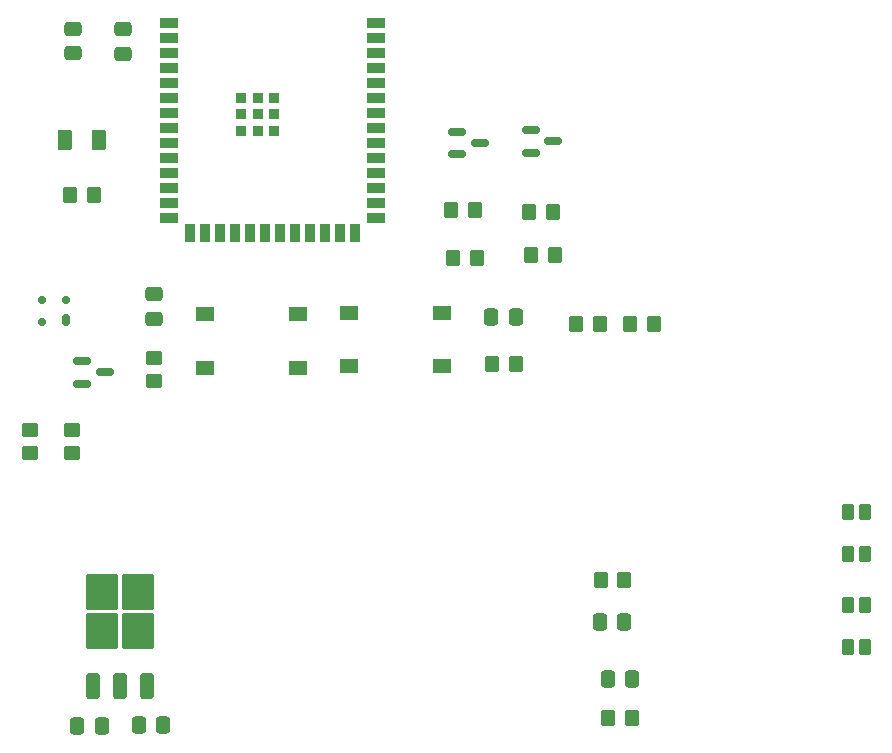
<source format=gbr>
%TF.GenerationSoftware,KiCad,Pcbnew,8.0.6*%
%TF.CreationDate,2024-11-05T17:21:10-06:00*%
%TF.ProjectId,werable_unit (1),77657261-626c-4655-9f75-6e6974202831,rev?*%
%TF.SameCoordinates,Original*%
%TF.FileFunction,Paste,Top*%
%TF.FilePolarity,Positive*%
%FSLAX46Y46*%
G04 Gerber Fmt 4.6, Leading zero omitted, Abs format (unit mm)*
G04 Created by KiCad (PCBNEW 8.0.6) date 2024-11-05 17:21:10*
%MOMM*%
%LPD*%
G01*
G04 APERTURE LIST*
G04 Aperture macros list*
%AMRoundRect*
0 Rectangle with rounded corners*
0 $1 Rounding radius*
0 $2 $3 $4 $5 $6 $7 $8 $9 X,Y pos of 4 corners*
0 Add a 4 corners polygon primitive as box body*
4,1,4,$2,$3,$4,$5,$6,$7,$8,$9,$2,$3,0*
0 Add four circle primitives for the rounded corners*
1,1,$1+$1,$2,$3*
1,1,$1+$1,$4,$5*
1,1,$1+$1,$6,$7*
1,1,$1+$1,$8,$9*
0 Add four rect primitives between the rounded corners*
20,1,$1+$1,$2,$3,$4,$5,0*
20,1,$1+$1,$4,$5,$6,$7,0*
20,1,$1+$1,$6,$7,$8,$9,0*
20,1,$1+$1,$8,$9,$2,$3,0*%
G04 Aperture macros list end*
%ADD10RoundRect,0.250000X-0.350000X-0.450000X0.350000X-0.450000X0.350000X0.450000X-0.350000X0.450000X0*%
%ADD11RoundRect,0.250000X0.350000X0.450000X-0.350000X0.450000X-0.350000X-0.450000X0.350000X-0.450000X0*%
%ADD12RoundRect,0.250000X0.350000X-0.850000X0.350000X0.850000X-0.350000X0.850000X-0.350000X-0.850000X0*%
%ADD13RoundRect,0.250000X1.125000X-1.275000X1.125000X1.275000X-1.125000X1.275000X-1.125000X-1.275000X0*%
%ADD14RoundRect,0.250000X0.450000X-0.350000X0.450000X0.350000X-0.450000X0.350000X-0.450000X-0.350000X0*%
%ADD15RoundRect,0.150000X-0.587500X-0.150000X0.587500X-0.150000X0.587500X0.150000X-0.587500X0.150000X0*%
%ADD16RoundRect,0.250000X0.275000X-0.450000X0.275000X0.450000X-0.275000X0.450000X-0.275000X-0.450000X0*%
%ADD17RoundRect,0.250000X-0.337500X-0.475000X0.337500X-0.475000X0.337500X0.475000X-0.337500X0.475000X0*%
%ADD18R,1.550000X1.300000*%
%ADD19RoundRect,0.250000X0.475000X-0.337500X0.475000X0.337500X-0.475000X0.337500X-0.475000X-0.337500X0*%
%ADD20RoundRect,0.250000X0.375000X0.625000X-0.375000X0.625000X-0.375000X-0.625000X0.375000X-0.625000X0*%
%ADD21RoundRect,0.175000X0.175000X0.325000X-0.175000X0.325000X-0.175000X-0.325000X0.175000X-0.325000X0*%
%ADD22RoundRect,0.150000X0.200000X0.150000X-0.200000X0.150000X-0.200000X-0.150000X0.200000X-0.150000X0*%
%ADD23R,1.498600X0.889000*%
%ADD24R,0.889000X1.498600*%
%ADD25R,0.889000X0.889000*%
G04 APERTURE END LIST*
D10*
%TO.C,R20*%
X139605000Y-58039000D03*
X141605000Y-58039000D03*
%TD*%
D11*
%TO.C,R7*%
X109204000Y-52705000D03*
X107204000Y-52705000D03*
%TD*%
D12*
%TO.C,U5*%
X109105000Y-94234000D03*
X111385000Y-94234000D03*
D13*
X109860000Y-89609000D03*
X112910000Y-89609000D03*
X109860000Y-86259000D03*
X112910000Y-86259000D03*
D12*
X113665000Y-94234000D03*
%TD*%
D14*
%TO.C,R25*%
X114300000Y-68437000D03*
X114300000Y-66437000D03*
%TD*%
D10*
%TO.C,R14*%
X146066000Y-54102000D03*
X148066000Y-54102000D03*
%TD*%
D15*
%TO.C,Q2*%
X146207000Y-47183000D03*
X146207000Y-49083000D03*
X148082000Y-48133000D03*
%TD*%
D16*
%TO.C,SW5*%
X173016000Y-83080000D03*
X173016000Y-79480000D03*
X174456000Y-83080000D03*
X174456000Y-79480000D03*
%TD*%
D17*
%TO.C,C19*%
X142870000Y-63028000D03*
X144945000Y-63028000D03*
%TD*%
D15*
%TO.C,D4*%
X108234000Y-66741000D03*
X108234000Y-68641000D03*
X110109000Y-67691000D03*
%TD*%
D10*
%TO.C,R3*%
X152115000Y-85281000D03*
X154115000Y-85281000D03*
%TD*%
D16*
%TO.C,SW6*%
X173072000Y-90954000D03*
X173072000Y-87354000D03*
X174512000Y-90954000D03*
X174512000Y-87354000D03*
%TD*%
D17*
%TO.C,C3*%
X113008500Y-97536000D03*
X115083500Y-97536000D03*
%TD*%
%TO.C,C1*%
X152040000Y-88837000D03*
X154115000Y-88837000D03*
%TD*%
D14*
%TO.C,R9*%
X107315000Y-74533000D03*
X107315000Y-72533000D03*
%TD*%
D15*
%TO.C,Q3*%
X139984000Y-47310000D03*
X139984000Y-49210000D03*
X141859000Y-48260000D03*
%TD*%
D18*
%TO.C,SW3*%
X118580000Y-62774000D03*
X126530000Y-62774000D03*
X118580000Y-67274000D03*
X126530000Y-67274000D03*
%TD*%
D10*
%TO.C,R13*%
X154591000Y-63627000D03*
X156591000Y-63627000D03*
%TD*%
D19*
%TO.C,C18*%
X114300000Y-63140500D03*
X114300000Y-61065500D03*
%TD*%
D10*
%TO.C,R2*%
X152734000Y-96965000D03*
X154734000Y-96965000D03*
%TD*%
D19*
%TO.C,C23*%
X107442000Y-40661500D03*
X107442000Y-38586500D03*
%TD*%
D20*
%TO.C,D6*%
X109604000Y-48006000D03*
X106804000Y-48006000D03*
%TD*%
D10*
%TO.C,R26*%
X142929000Y-66965000D03*
X144929000Y-66965000D03*
%TD*%
D14*
%TO.C,R8*%
X103759000Y-74533000D03*
X103759000Y-72533000D03*
%TD*%
D10*
%TO.C,R15*%
X139478000Y-53975000D03*
X141478000Y-53975000D03*
%TD*%
D17*
%TO.C,C2*%
X152696500Y-93663000D03*
X154771500Y-93663000D03*
%TD*%
D10*
%TO.C,R18*%
X150054500Y-63627000D03*
X152054500Y-63627000D03*
%TD*%
%TO.C,R19*%
X146209000Y-57785000D03*
X148209000Y-57785000D03*
%TD*%
D21*
%TO.C,D2*%
X106807000Y-63246000D03*
D22*
X106807000Y-61546000D03*
X104807000Y-61546000D03*
X104807000Y-63446000D03*
%TD*%
D17*
%TO.C,C4*%
X107801500Y-97663000D03*
X109876500Y-97663000D03*
%TD*%
D18*
%TO.C,SW4*%
X130772000Y-62647000D03*
X138722000Y-62647000D03*
X130772000Y-67147000D03*
X138722000Y-67147000D03*
%TD*%
D23*
%TO.C,U10*%
X115596000Y-38100000D03*
X115596000Y-39370000D03*
X115596000Y-40640000D03*
X115596000Y-41910000D03*
X115596000Y-43180000D03*
X115596000Y-44450000D03*
X115596000Y-45720000D03*
X115596000Y-46990000D03*
X115596000Y-48260000D03*
X115596000Y-49530000D03*
X115596000Y-50800000D03*
X115596000Y-52070000D03*
X115596000Y-53340000D03*
X115596000Y-54610000D03*
D24*
X117361000Y-55860000D03*
X118631000Y-55860000D03*
X119901000Y-55860000D03*
X121171000Y-55860000D03*
X122441000Y-55860000D03*
X123711000Y-55860000D03*
X124981000Y-55860000D03*
X126251000Y-55860000D03*
X127521000Y-55860000D03*
X128791000Y-55860000D03*
X130061000Y-55860000D03*
X131331000Y-55860000D03*
D23*
X133096000Y-54610000D03*
X133096000Y-53340000D03*
X133096000Y-52070000D03*
X133096000Y-50800000D03*
X133096000Y-49530000D03*
X133096000Y-48260000D03*
X133096000Y-46990000D03*
X133096000Y-45720000D03*
X133096000Y-44450000D03*
X133096000Y-43180000D03*
X133096000Y-41910000D03*
X133096000Y-40640000D03*
X133096000Y-39370000D03*
X133096000Y-38100000D03*
D25*
X123096000Y-45820000D03*
X123096000Y-44420000D03*
X121696000Y-44420000D03*
X121696000Y-45820000D03*
X121696000Y-47220000D03*
X123096000Y-47220000D03*
X124496000Y-47220000D03*
X124496000Y-45820000D03*
X124496000Y-44420000D03*
%TD*%
D19*
%TO.C,C24*%
X111633000Y-40683000D03*
X111633000Y-38608000D03*
%TD*%
M02*

</source>
